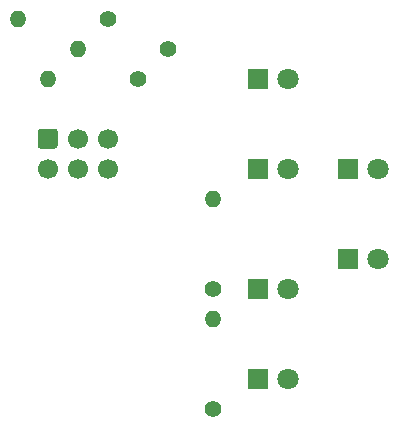
<source format=gtl>
G04 #@! TF.GenerationSoftware,KiCad,Pcbnew,5.1.9*
G04 #@! TF.CreationDate,2021-04-18T01:28:33+02:00*
G04 #@! TF.ProjectId,Signalsimulator,5369676e-616c-4736-996d-756c61746f72,rev?*
G04 #@! TF.SameCoordinates,Original*
G04 #@! TF.FileFunction,Copper,L1,Top*
G04 #@! TF.FilePolarity,Positive*
%FSLAX46Y46*%
G04 Gerber Fmt 4.6, Leading zero omitted, Abs format (unit mm)*
G04 Created by KiCad (PCBNEW 5.1.9) date 2021-04-18 01:28:33*
%MOMM*%
%LPD*%
G01*
G04 APERTURE LIST*
G04 #@! TA.AperFunction,ComponentPad*
%ADD10C,1.800000*%
G04 #@! TD*
G04 #@! TA.AperFunction,ComponentPad*
%ADD11R,1.800000X1.800000*%
G04 #@! TD*
G04 #@! TA.AperFunction,ComponentPad*
%ADD12O,1.400000X1.400000*%
G04 #@! TD*
G04 #@! TA.AperFunction,ComponentPad*
%ADD13C,1.400000*%
G04 #@! TD*
G04 #@! TA.AperFunction,ComponentPad*
%ADD14C,1.700000*%
G04 #@! TD*
G04 APERTURE END LIST*
D10*
X58420000Y-38100000D03*
D11*
X55880000Y-38100000D03*
X48260000Y-30480000D03*
D10*
X50800000Y-30480000D03*
X50800000Y-55880000D03*
D11*
X48260000Y-55880000D03*
X48260000Y-48260000D03*
D10*
X50800000Y-48260000D03*
X58420000Y-45720000D03*
D11*
X55880000Y-45720000D03*
X48260000Y-38100000D03*
D10*
X50800000Y-38100000D03*
D12*
X33020000Y-27940000D03*
D13*
X40640000Y-27940000D03*
X35560000Y-25400000D03*
D12*
X27940000Y-25400000D03*
D13*
X44450000Y-58420000D03*
D12*
X44450000Y-50800000D03*
X44450000Y-40640000D03*
D13*
X44450000Y-48260000D03*
D12*
X30480000Y-30480000D03*
D13*
X38100000Y-30480000D03*
G04 #@! TA.AperFunction,ComponentPad*
G36*
G01*
X29880000Y-34710000D02*
X31080000Y-34710000D01*
G75*
G02*
X31330000Y-34960000I0J-250000D01*
G01*
X31330000Y-36160000D01*
G75*
G02*
X31080000Y-36410000I-250000J0D01*
G01*
X29880000Y-36410000D01*
G75*
G02*
X29630000Y-36160000I0J250000D01*
G01*
X29630000Y-34960000D01*
G75*
G02*
X29880000Y-34710000I250000J0D01*
G01*
G37*
G04 #@! TD.AperFunction*
D14*
X33020000Y-35560000D03*
X35560000Y-35560000D03*
X30480000Y-38100000D03*
X33020000Y-38100000D03*
X35560000Y-38100000D03*
M02*

</source>
